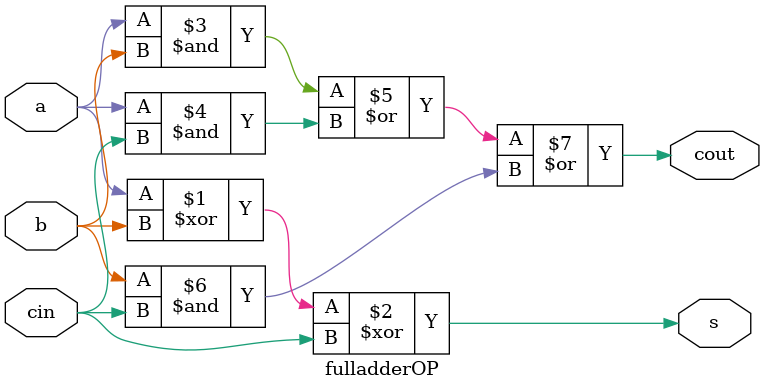
<source format=sv>
module fulladderOP(input logic a, b, cin, output logic s, cout);

	assign s = a ^ b ^ cin;
	assign cout = a & b | a & cin | b & cin;
	
endmodule
</source>
